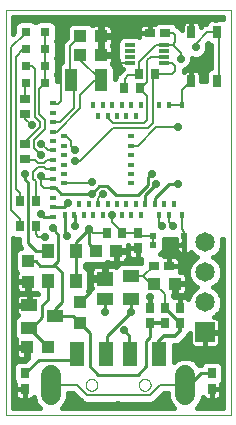
<source format=gtl>
G75*
%MOIN*%
%OFA0B0*%
%FSLAX25Y25*%
%IPPOS*%
%LPD*%
%AMOC8*
5,1,8,0,0,1.08239X$1,22.5*
%
%ADD10C,0.00000*%
%ADD11R,0.01575X0.02362*%
%ADD12R,0.02362X0.01575*%
%ADD13R,0.04331X0.07480*%
%ADD14R,0.04134X0.04252*%
%ADD15R,0.04252X0.04134*%
%ADD16R,0.02913X0.03642*%
%ADD17R,0.03642X0.02913*%
%ADD18R,0.05669X0.03937*%
%ADD19R,0.05669X0.04724*%
%ADD20C,0.06600*%
%ADD21R,0.04724X0.07874*%
%ADD22R,0.02756X0.03543*%
%ADD23R,0.02559X0.04134*%
%ADD24R,0.02165X0.02165*%
%ADD25R,0.03543X0.02756*%
%ADD26R,0.05512X0.03937*%
%ADD27R,0.03937X0.04724*%
%ADD28R,0.03150X0.03150*%
%ADD29R,0.06500X0.06500*%
%ADD30C,0.06500*%
%ADD31R,0.03346X0.01181*%
%ADD32C,0.01600*%
%ADD33C,0.02756*%
%ADD34C,0.00800*%
%ADD35C,0.01000*%
%ADD36C,0.01200*%
D10*
X0037794Y0060631D02*
X0037794Y0195631D01*
X0112794Y0195631D01*
X0112794Y0060631D01*
X0037794Y0060631D01*
X0064467Y0070631D02*
X0064469Y0070719D01*
X0064475Y0070807D01*
X0064485Y0070895D01*
X0064499Y0070983D01*
X0064516Y0071069D01*
X0064538Y0071155D01*
X0064563Y0071239D01*
X0064593Y0071323D01*
X0064625Y0071405D01*
X0064662Y0071485D01*
X0064702Y0071564D01*
X0064746Y0071641D01*
X0064793Y0071716D01*
X0064843Y0071788D01*
X0064897Y0071859D01*
X0064953Y0071926D01*
X0065013Y0071992D01*
X0065075Y0072054D01*
X0065141Y0072114D01*
X0065208Y0072170D01*
X0065279Y0072224D01*
X0065351Y0072274D01*
X0065426Y0072321D01*
X0065503Y0072365D01*
X0065582Y0072405D01*
X0065662Y0072442D01*
X0065744Y0072474D01*
X0065828Y0072504D01*
X0065912Y0072529D01*
X0065998Y0072551D01*
X0066084Y0072568D01*
X0066172Y0072582D01*
X0066260Y0072592D01*
X0066348Y0072598D01*
X0066436Y0072600D01*
X0066524Y0072598D01*
X0066612Y0072592D01*
X0066700Y0072582D01*
X0066788Y0072568D01*
X0066874Y0072551D01*
X0066960Y0072529D01*
X0067044Y0072504D01*
X0067128Y0072474D01*
X0067210Y0072442D01*
X0067290Y0072405D01*
X0067369Y0072365D01*
X0067446Y0072321D01*
X0067521Y0072274D01*
X0067593Y0072224D01*
X0067664Y0072170D01*
X0067731Y0072114D01*
X0067797Y0072054D01*
X0067859Y0071992D01*
X0067919Y0071926D01*
X0067975Y0071859D01*
X0068029Y0071788D01*
X0068079Y0071716D01*
X0068126Y0071641D01*
X0068170Y0071564D01*
X0068210Y0071485D01*
X0068247Y0071405D01*
X0068279Y0071323D01*
X0068309Y0071239D01*
X0068334Y0071155D01*
X0068356Y0071069D01*
X0068373Y0070983D01*
X0068387Y0070895D01*
X0068397Y0070807D01*
X0068403Y0070719D01*
X0068405Y0070631D01*
X0068403Y0070543D01*
X0068397Y0070455D01*
X0068387Y0070367D01*
X0068373Y0070279D01*
X0068356Y0070193D01*
X0068334Y0070107D01*
X0068309Y0070023D01*
X0068279Y0069939D01*
X0068247Y0069857D01*
X0068210Y0069777D01*
X0068170Y0069698D01*
X0068126Y0069621D01*
X0068079Y0069546D01*
X0068029Y0069474D01*
X0067975Y0069403D01*
X0067919Y0069336D01*
X0067859Y0069270D01*
X0067797Y0069208D01*
X0067731Y0069148D01*
X0067664Y0069092D01*
X0067593Y0069038D01*
X0067521Y0068988D01*
X0067446Y0068941D01*
X0067369Y0068897D01*
X0067290Y0068857D01*
X0067210Y0068820D01*
X0067128Y0068788D01*
X0067044Y0068758D01*
X0066960Y0068733D01*
X0066874Y0068711D01*
X0066788Y0068694D01*
X0066700Y0068680D01*
X0066612Y0068670D01*
X0066524Y0068664D01*
X0066436Y0068662D01*
X0066348Y0068664D01*
X0066260Y0068670D01*
X0066172Y0068680D01*
X0066084Y0068694D01*
X0065998Y0068711D01*
X0065912Y0068733D01*
X0065828Y0068758D01*
X0065744Y0068788D01*
X0065662Y0068820D01*
X0065582Y0068857D01*
X0065503Y0068897D01*
X0065426Y0068941D01*
X0065351Y0068988D01*
X0065279Y0069038D01*
X0065208Y0069092D01*
X0065141Y0069148D01*
X0065075Y0069208D01*
X0065013Y0069270D01*
X0064953Y0069336D01*
X0064897Y0069403D01*
X0064843Y0069474D01*
X0064793Y0069546D01*
X0064746Y0069621D01*
X0064702Y0069698D01*
X0064662Y0069777D01*
X0064625Y0069857D01*
X0064593Y0069939D01*
X0064563Y0070023D01*
X0064538Y0070107D01*
X0064516Y0070193D01*
X0064499Y0070279D01*
X0064485Y0070367D01*
X0064475Y0070455D01*
X0064469Y0070543D01*
X0064467Y0070631D01*
X0082183Y0070631D02*
X0082185Y0070719D01*
X0082191Y0070807D01*
X0082201Y0070895D01*
X0082215Y0070983D01*
X0082232Y0071069D01*
X0082254Y0071155D01*
X0082279Y0071239D01*
X0082309Y0071323D01*
X0082341Y0071405D01*
X0082378Y0071485D01*
X0082418Y0071564D01*
X0082462Y0071641D01*
X0082509Y0071716D01*
X0082559Y0071788D01*
X0082613Y0071859D01*
X0082669Y0071926D01*
X0082729Y0071992D01*
X0082791Y0072054D01*
X0082857Y0072114D01*
X0082924Y0072170D01*
X0082995Y0072224D01*
X0083067Y0072274D01*
X0083142Y0072321D01*
X0083219Y0072365D01*
X0083298Y0072405D01*
X0083378Y0072442D01*
X0083460Y0072474D01*
X0083544Y0072504D01*
X0083628Y0072529D01*
X0083714Y0072551D01*
X0083800Y0072568D01*
X0083888Y0072582D01*
X0083976Y0072592D01*
X0084064Y0072598D01*
X0084152Y0072600D01*
X0084240Y0072598D01*
X0084328Y0072592D01*
X0084416Y0072582D01*
X0084504Y0072568D01*
X0084590Y0072551D01*
X0084676Y0072529D01*
X0084760Y0072504D01*
X0084844Y0072474D01*
X0084926Y0072442D01*
X0085006Y0072405D01*
X0085085Y0072365D01*
X0085162Y0072321D01*
X0085237Y0072274D01*
X0085309Y0072224D01*
X0085380Y0072170D01*
X0085447Y0072114D01*
X0085513Y0072054D01*
X0085575Y0071992D01*
X0085635Y0071926D01*
X0085691Y0071859D01*
X0085745Y0071788D01*
X0085795Y0071716D01*
X0085842Y0071641D01*
X0085886Y0071564D01*
X0085926Y0071485D01*
X0085963Y0071405D01*
X0085995Y0071323D01*
X0086025Y0071239D01*
X0086050Y0071155D01*
X0086072Y0071069D01*
X0086089Y0070983D01*
X0086103Y0070895D01*
X0086113Y0070807D01*
X0086119Y0070719D01*
X0086121Y0070631D01*
X0086119Y0070543D01*
X0086113Y0070455D01*
X0086103Y0070367D01*
X0086089Y0070279D01*
X0086072Y0070193D01*
X0086050Y0070107D01*
X0086025Y0070023D01*
X0085995Y0069939D01*
X0085963Y0069857D01*
X0085926Y0069777D01*
X0085886Y0069698D01*
X0085842Y0069621D01*
X0085795Y0069546D01*
X0085745Y0069474D01*
X0085691Y0069403D01*
X0085635Y0069336D01*
X0085575Y0069270D01*
X0085513Y0069208D01*
X0085447Y0069148D01*
X0085380Y0069092D01*
X0085309Y0069038D01*
X0085237Y0068988D01*
X0085162Y0068941D01*
X0085085Y0068897D01*
X0085006Y0068857D01*
X0084926Y0068820D01*
X0084844Y0068788D01*
X0084760Y0068758D01*
X0084676Y0068733D01*
X0084590Y0068711D01*
X0084504Y0068694D01*
X0084416Y0068680D01*
X0084328Y0068670D01*
X0084240Y0068664D01*
X0084152Y0068662D01*
X0084064Y0068664D01*
X0083976Y0068670D01*
X0083888Y0068680D01*
X0083800Y0068694D01*
X0083714Y0068711D01*
X0083628Y0068733D01*
X0083544Y0068758D01*
X0083460Y0068788D01*
X0083378Y0068820D01*
X0083298Y0068857D01*
X0083219Y0068897D01*
X0083142Y0068941D01*
X0083067Y0068988D01*
X0082995Y0069038D01*
X0082924Y0069092D01*
X0082857Y0069148D01*
X0082791Y0069208D01*
X0082729Y0069270D01*
X0082669Y0069336D01*
X0082613Y0069403D01*
X0082559Y0069474D01*
X0082509Y0069546D01*
X0082462Y0069621D01*
X0082418Y0069698D01*
X0082378Y0069777D01*
X0082341Y0069857D01*
X0082309Y0069939D01*
X0082279Y0070023D01*
X0082254Y0070107D01*
X0082232Y0070193D01*
X0082215Y0070279D01*
X0082201Y0070367D01*
X0082191Y0070455D01*
X0082185Y0070543D01*
X0082183Y0070631D01*
D11*
X0082778Y0127324D03*
X0081204Y0130867D03*
X0084353Y0130867D03*
X0087503Y0130867D03*
X0090652Y0130867D03*
X0089078Y0127324D03*
X0092227Y0127324D03*
X0093802Y0130867D03*
X0096558Y0127324D03*
X0079629Y0127324D03*
X0076479Y0127324D03*
X0074904Y0130867D03*
X0078054Y0130867D03*
X0071755Y0130867D03*
X0068605Y0130867D03*
X0067030Y0127324D03*
X0063881Y0127324D03*
X0065456Y0130867D03*
X0062306Y0130867D03*
X0060731Y0127324D03*
X0057582Y0127324D03*
X0070180Y0127324D03*
X0068605Y0160395D03*
X0070180Y0163938D03*
X0071755Y0160395D03*
X0073330Y0163938D03*
X0074904Y0160395D03*
X0076479Y0163938D03*
X0078054Y0160395D03*
X0079629Y0163938D03*
X0081204Y0160395D03*
X0082778Y0163938D03*
X0089078Y0163938D03*
X0092227Y0163938D03*
X0096558Y0163938D03*
X0067030Y0163938D03*
D12*
X0057188Y0153505D03*
X0057188Y0150355D03*
X0057188Y0147206D03*
X0057188Y0144056D03*
X0057188Y0140906D03*
X0057188Y0137757D03*
X0053645Y0139332D03*
X0053645Y0142481D03*
X0053645Y0145631D03*
X0053645Y0148781D03*
X0053645Y0151930D03*
X0053645Y0155080D03*
X0053645Y0158229D03*
X0053645Y0161379D03*
X0053645Y0164529D03*
X0053645Y0136182D03*
X0053645Y0133032D03*
X0053645Y0129883D03*
X0053645Y0126733D03*
X0079629Y0137757D03*
X0079629Y0140906D03*
X0079629Y0144056D03*
X0079629Y0147206D03*
X0079629Y0150355D03*
X0079629Y0153505D03*
D13*
X0069528Y0172193D03*
X0059685Y0172193D03*
D14*
X0062724Y0180631D03*
X0062724Y0186881D03*
X0069614Y0186881D03*
X0069614Y0180631D03*
X0067787Y0115318D03*
X0074677Y0115318D03*
X0087412Y0104381D03*
X0094302Y0104381D03*
X0051864Y0083131D03*
X0044974Y0083131D03*
D15*
X0045294Y0104999D03*
X0045294Y0111888D03*
X0062482Y0098138D03*
X0062482Y0091249D03*
D16*
X0044169Y0074440D03*
X0044169Y0069322D03*
X0081857Y0116197D03*
X0081857Y0121315D03*
X0085919Y0096315D03*
X0085919Y0091197D03*
X0090919Y0091197D03*
X0090919Y0096315D03*
X0095919Y0096315D03*
X0095919Y0091197D03*
X0106419Y0074440D03*
X0106419Y0069322D03*
D17*
X0092228Y0110318D03*
X0087110Y0110318D03*
X0085798Y0187818D03*
X0090916Y0187818D03*
D18*
X0079625Y0106871D03*
X0079625Y0099391D03*
X0070963Y0099391D03*
D19*
X0070963Y0106084D03*
D20*
X0052853Y0073931D02*
X0052853Y0067331D01*
X0097735Y0067331D02*
X0097735Y0073931D01*
D21*
X0089074Y0080867D03*
X0079231Y0080867D03*
X0071357Y0080867D03*
X0061515Y0080867D03*
D22*
X0071485Y0121256D03*
X0076603Y0121256D03*
X0047791Y0123443D03*
X0042673Y0123443D03*
X0042673Y0131881D03*
X0047791Y0131881D03*
X0077360Y0169443D03*
X0082478Y0169443D03*
X0082360Y0174381D03*
X0087478Y0174381D03*
D23*
X0099749Y0171837D03*
X0108214Y0171837D03*
X0108214Y0188175D03*
X0099749Y0188175D03*
D24*
X0097386Y0120232D03*
X0097386Y0117280D03*
X0086953Y0117280D03*
X0086953Y0120232D03*
D25*
X0044294Y0145884D03*
X0044294Y0151002D03*
X0044294Y0160884D03*
X0044294Y0166002D03*
D26*
X0045651Y0097184D03*
X0045651Y0089703D03*
X0054312Y0093443D03*
D27*
X0051820Y0105318D03*
X0051820Y0115318D03*
X0061269Y0115318D03*
X0061269Y0105318D03*
D28*
X0050944Y0171256D03*
X0050944Y0176881D03*
X0050944Y0182506D03*
X0050944Y0188131D03*
X0044645Y0188131D03*
X0044645Y0182506D03*
X0044645Y0176881D03*
X0044645Y0171256D03*
D29*
X0104294Y0088131D03*
D30*
X0104294Y0098131D03*
X0104294Y0108131D03*
X0104294Y0118131D03*
D31*
X0090565Y0178053D03*
X0090565Y0180022D03*
X0090565Y0181990D03*
X0090565Y0183959D03*
X0079148Y0183959D03*
X0079148Y0181990D03*
X0079148Y0180022D03*
X0079148Y0178053D03*
D32*
X0076754Y0175800D02*
X0075833Y0174880D01*
X0075045Y0174092D01*
X0074712Y0173287D01*
X0074623Y0173250D01*
X0074093Y0172720D01*
X0074093Y0176411D01*
X0073728Y0177293D01*
X0073304Y0177717D01*
X0073358Y0177810D01*
X0073481Y0178268D01*
X0073481Y0180397D01*
X0069848Y0180397D01*
X0069848Y0180864D01*
X0073481Y0180864D01*
X0073481Y0182994D01*
X0073358Y0183452D01*
X0073183Y0183756D01*
X0073358Y0184060D01*
X0073481Y0184518D01*
X0073481Y0186647D01*
X0069848Y0186647D01*
X0069848Y0187114D01*
X0073481Y0187114D01*
X0073481Y0189244D01*
X0073358Y0189702D01*
X0073121Y0190112D01*
X0072786Y0190447D01*
X0072376Y0190684D01*
X0071918Y0190807D01*
X0069848Y0190807D01*
X0069848Y0187114D01*
X0069381Y0187114D01*
X0069381Y0190807D01*
X0067310Y0190807D01*
X0066852Y0190684D01*
X0066634Y0190558D01*
X0066151Y0191041D01*
X0065269Y0191407D01*
X0060180Y0191407D01*
X0059298Y0191041D01*
X0058623Y0190366D01*
X0058257Y0189484D01*
X0058257Y0186374D01*
X0056920Y0185037D01*
X0056494Y0184008D01*
X0056494Y0178106D01*
X0056161Y0177968D01*
X0055485Y0177293D01*
X0055120Y0176411D01*
X0055120Y0171881D01*
X0054919Y0171881D01*
X0054919Y0173308D01*
X0054604Y0174068D01*
X0054919Y0174829D01*
X0054919Y0178933D01*
X0054604Y0179693D01*
X0054919Y0180454D01*
X0054919Y0184558D01*
X0054604Y0185318D01*
X0054919Y0186079D01*
X0054919Y0190183D01*
X0054553Y0191065D01*
X0053878Y0191740D01*
X0052996Y0192106D01*
X0048892Y0192106D01*
X0048009Y0191740D01*
X0047794Y0191525D01*
X0047579Y0191740D01*
X0046697Y0192106D01*
X0042592Y0192106D01*
X0041710Y0191740D01*
X0041035Y0191065D01*
X0040670Y0190183D01*
X0040670Y0188091D01*
X0040194Y0187616D01*
X0040194Y0193231D01*
X0110394Y0193231D01*
X0110394Y0192467D01*
X0109971Y0192642D01*
X0106457Y0192642D01*
X0105575Y0192277D01*
X0104900Y0191602D01*
X0104640Y0190975D01*
X0104407Y0190975D01*
X0103377Y0190549D01*
X0102829Y0190000D01*
X0102829Y0190479D01*
X0102706Y0190937D01*
X0102469Y0191347D01*
X0102134Y0191682D01*
X0101724Y0191919D01*
X0101266Y0192042D01*
X0099749Y0192042D01*
X0098233Y0192042D01*
X0097775Y0191919D01*
X0097365Y0191682D01*
X0097030Y0191347D01*
X0096793Y0190937D01*
X0096670Y0190479D01*
X0096670Y0188775D01*
X0096668Y0188779D01*
X0095880Y0189567D01*
X0095255Y0190192D01*
X0094892Y0190342D01*
X0094771Y0190635D01*
X0094096Y0191310D01*
X0093214Y0191675D01*
X0088617Y0191675D01*
X0087735Y0191310D01*
X0087501Y0191075D01*
X0085798Y0191075D01*
X0085798Y0187819D01*
X0085798Y0187819D01*
X0085798Y0191075D01*
X0083740Y0191075D01*
X0083282Y0190952D01*
X0082872Y0190715D01*
X0082536Y0190380D01*
X0082299Y0189970D01*
X0082177Y0189512D01*
X0082177Y0187818D01*
X0082177Y0186585D01*
X0081299Y0186949D01*
X0076997Y0186949D01*
X0076115Y0186584D01*
X0075440Y0185909D01*
X0075075Y0185027D01*
X0075075Y0178954D01*
X0075440Y0178072D01*
X0075675Y0177837D01*
X0075675Y0177226D01*
X0075797Y0176768D01*
X0076034Y0176357D01*
X0076370Y0176022D01*
X0076754Y0175800D01*
X0076677Y0175724D02*
X0074093Y0175724D01*
X0074093Y0174125D02*
X0075079Y0174125D01*
X0075675Y0177322D02*
X0073699Y0177322D01*
X0073481Y0178921D02*
X0075088Y0178921D01*
X0075075Y0180519D02*
X0069848Y0180519D01*
X0069848Y0180864D02*
X0069381Y0180864D01*
X0069381Y0184557D01*
X0069381Y0186647D01*
X0069848Y0186647D01*
X0069848Y0180864D01*
X0069848Y0182118D02*
X0069381Y0182118D01*
X0069381Y0183716D02*
X0069848Y0183716D01*
X0069848Y0185315D02*
X0069381Y0185315D01*
X0069848Y0186913D02*
X0076911Y0186913D01*
X0075194Y0185315D02*
X0073481Y0185315D01*
X0073206Y0183716D02*
X0075075Y0183716D01*
X0075075Y0182118D02*
X0073481Y0182118D01*
X0073481Y0188512D02*
X0082177Y0188512D01*
X0082177Y0187818D02*
X0085798Y0187818D01*
X0082177Y0187818D01*
X0082177Y0186913D02*
X0081385Y0186913D01*
X0082381Y0190110D02*
X0073122Y0190110D01*
X0069848Y0190110D02*
X0069381Y0190110D01*
X0069381Y0188512D02*
X0069848Y0188512D01*
X0058517Y0190110D02*
X0054919Y0190110D01*
X0054919Y0188512D02*
X0058257Y0188512D01*
X0058257Y0186913D02*
X0054919Y0186913D01*
X0054605Y0185315D02*
X0057198Y0185315D01*
X0056494Y0183716D02*
X0054919Y0183716D01*
X0054919Y0182118D02*
X0056494Y0182118D01*
X0056494Y0180519D02*
X0054919Y0180519D01*
X0054919Y0178921D02*
X0056494Y0178921D01*
X0055515Y0177322D02*
X0054919Y0177322D01*
X0054919Y0175724D02*
X0055120Y0175724D01*
X0055120Y0174125D02*
X0054627Y0174125D01*
X0054919Y0172527D02*
X0055120Y0172527D01*
X0053910Y0191709D02*
X0097410Y0191709D01*
X0096670Y0190110D02*
X0095337Y0190110D01*
X0099749Y0190110D02*
X0099749Y0190110D01*
X0099749Y0188512D02*
X0099749Y0188512D01*
X0099749Y0188175D02*
X0099749Y0192042D01*
X0099749Y0188175D01*
X0099749Y0188175D01*
X0099749Y0191709D02*
X0099749Y0191709D01*
X0102089Y0191709D02*
X0105007Y0191709D01*
X0102939Y0190110D02*
X0102829Y0190110D01*
X0105198Y0184450D02*
X0105575Y0184074D01*
X0106182Y0183822D01*
X0106182Y0176189D01*
X0105575Y0175938D01*
X0104900Y0175263D01*
X0104534Y0174381D01*
X0104534Y0171881D01*
X0102829Y0171881D01*
X0102829Y0174141D01*
X0102706Y0174598D01*
X0102469Y0175009D01*
X0102134Y0175344D01*
X0101724Y0175581D01*
X0101266Y0175704D01*
X0099749Y0175704D01*
X0098233Y0175704D01*
X0097775Y0175581D01*
X0097365Y0175344D01*
X0097094Y0175073D01*
X0097094Y0175675D01*
X0098309Y0176178D01*
X0099372Y0177241D01*
X0099947Y0178629D01*
X0099947Y0179548D01*
X0100418Y0179353D01*
X0101921Y0179353D01*
X0103309Y0179928D01*
X0104372Y0180991D01*
X0104947Y0182379D01*
X0104947Y0183882D01*
X0104854Y0184106D01*
X0105198Y0184450D01*
X0104947Y0183716D02*
X0106182Y0183716D01*
X0106182Y0182118D02*
X0104839Y0182118D01*
X0103900Y0180519D02*
X0106182Y0180519D01*
X0106182Y0178921D02*
X0099947Y0178921D01*
X0099406Y0177322D02*
X0106182Y0177322D01*
X0105361Y0175724D02*
X0097212Y0175724D01*
X0099749Y0175704D02*
X0099749Y0171881D01*
X0099749Y0171881D01*
X0099749Y0175704D01*
X0099749Y0174125D02*
X0099749Y0174125D01*
X0099749Y0172527D02*
X0099749Y0172527D01*
X0102829Y0172527D02*
X0104534Y0172527D01*
X0104534Y0174125D02*
X0102829Y0174125D01*
X0085798Y0187818D02*
X0085798Y0187818D01*
X0085798Y0188512D02*
X0085798Y0188512D01*
X0085798Y0190110D02*
X0085798Y0190110D01*
X0047978Y0191709D02*
X0047610Y0191709D01*
X0041679Y0191709D02*
X0040194Y0191709D01*
X0040194Y0190110D02*
X0040670Y0190110D01*
X0040670Y0188512D02*
X0040194Y0188512D01*
X0040194Y0119530D02*
X0040817Y0119272D01*
X0042394Y0119272D01*
X0042394Y0117242D01*
X0042761Y0116355D01*
X0042691Y0116355D01*
X0041809Y0115990D01*
X0041134Y0115315D01*
X0040768Y0114433D01*
X0040768Y0109344D01*
X0041134Y0108462D01*
X0041617Y0107979D01*
X0041491Y0107760D01*
X0041368Y0107302D01*
X0041368Y0105232D01*
X0045061Y0105232D01*
X0045061Y0104765D01*
X0045528Y0104765D01*
X0045528Y0101132D01*
X0047657Y0101132D01*
X0048115Y0101254D01*
X0048143Y0101270D01*
X0048461Y0100952D01*
X0045835Y0100952D01*
X0045835Y0097368D01*
X0045467Y0097368D01*
X0045467Y0100952D01*
X0042658Y0100952D01*
X0042200Y0100829D01*
X0041790Y0100592D01*
X0041455Y0100257D01*
X0041218Y0099847D01*
X0041095Y0099389D01*
X0041095Y0097368D01*
X0045467Y0097368D01*
X0045467Y0096999D01*
X0041095Y0096999D01*
X0041095Y0094978D01*
X0041218Y0094520D01*
X0041455Y0094110D01*
X0041764Y0093801D01*
X0041536Y0093706D01*
X0040860Y0093031D01*
X0040495Y0092149D01*
X0040495Y0087257D01*
X0040860Y0086375D01*
X0041250Y0085986D01*
X0041230Y0085952D01*
X0041107Y0085494D01*
X0041107Y0083364D01*
X0044741Y0083364D01*
X0044741Y0082897D01*
X0045208Y0082897D01*
X0045208Y0079580D01*
X0044289Y0078661D01*
X0042235Y0078661D01*
X0041353Y0078295D01*
X0040678Y0077620D01*
X0040313Y0076738D01*
X0040313Y0072142D01*
X0040678Y0071260D01*
X0040913Y0071025D01*
X0040913Y0069322D01*
X0044169Y0069322D01*
X0044169Y0069322D01*
X0040913Y0069322D01*
X0040913Y0067264D01*
X0041035Y0066806D01*
X0041272Y0066396D01*
X0041607Y0066061D01*
X0042018Y0065824D01*
X0042476Y0065701D01*
X0044169Y0065701D01*
X0044169Y0069322D01*
X0044169Y0069322D01*
X0044169Y0065701D01*
X0045863Y0065701D01*
X0046321Y0065824D01*
X0046731Y0066061D01*
X0047066Y0066396D01*
X0047153Y0066546D01*
X0047153Y0066197D01*
X0048021Y0064102D01*
X0049092Y0063031D01*
X0040194Y0063031D01*
X0040194Y0119530D01*
X0040194Y0118177D02*
X0042394Y0118177D01*
X0042669Y0116579D02*
X0040194Y0116579D01*
X0040194Y0114980D02*
X0040995Y0114980D01*
X0040768Y0113382D02*
X0040194Y0113382D01*
X0040194Y0111783D02*
X0040768Y0111783D01*
X0040768Y0110185D02*
X0040194Y0110185D01*
X0040194Y0108586D02*
X0041082Y0108586D01*
X0041368Y0106988D02*
X0040194Y0106988D01*
X0040194Y0105389D02*
X0041368Y0105389D01*
X0041368Y0104765D02*
X0041368Y0102695D01*
X0041491Y0102237D01*
X0041728Y0101826D01*
X0042063Y0101491D01*
X0042473Y0101254D01*
X0042931Y0101132D01*
X0045061Y0101132D01*
X0045061Y0104765D01*
X0041368Y0104765D01*
X0041368Y0103791D02*
X0040194Y0103791D01*
X0040194Y0102192D02*
X0041517Y0102192D01*
X0041792Y0100594D02*
X0040194Y0100594D01*
X0040194Y0098995D02*
X0041095Y0098995D01*
X0041095Y0097397D02*
X0040194Y0097397D01*
X0040194Y0095798D02*
X0041095Y0095798D01*
X0041403Y0094200D02*
X0040194Y0094200D01*
X0040194Y0092601D02*
X0040682Y0092601D01*
X0040495Y0091003D02*
X0040194Y0091003D01*
X0040194Y0089404D02*
X0040495Y0089404D01*
X0040495Y0087806D02*
X0040194Y0087806D01*
X0040194Y0086207D02*
X0041029Y0086207D01*
X0041107Y0084609D02*
X0040194Y0084609D01*
X0040194Y0083010D02*
X0044741Y0083010D01*
X0044741Y0082897D02*
X0041107Y0082897D01*
X0041107Y0080768D01*
X0041230Y0080310D01*
X0041467Y0079900D01*
X0041802Y0079565D01*
X0042213Y0079328D01*
X0042670Y0079205D01*
X0044741Y0079205D01*
X0044741Y0082897D01*
X0044741Y0081412D02*
X0045208Y0081412D01*
X0045208Y0079813D02*
X0044741Y0079813D01*
X0041554Y0079813D02*
X0040194Y0079813D01*
X0040194Y0078215D02*
X0041272Y0078215D01*
X0040313Y0076616D02*
X0040194Y0076616D01*
X0040194Y0075018D02*
X0040313Y0075018D01*
X0040313Y0073419D02*
X0040194Y0073419D01*
X0040194Y0071820D02*
X0040446Y0071820D01*
X0040194Y0070222D02*
X0040913Y0070222D01*
X0040913Y0068623D02*
X0040194Y0068623D01*
X0040194Y0067025D02*
X0040977Y0067025D01*
X0040194Y0065426D02*
X0047472Y0065426D01*
X0048295Y0063828D02*
X0040194Y0063828D01*
X0044169Y0067025D02*
X0044169Y0067025D01*
X0044169Y0068623D02*
X0044169Y0068623D01*
X0041107Y0081412D02*
X0040194Y0081412D01*
X0045467Y0097397D02*
X0045835Y0097397D01*
X0045835Y0098995D02*
X0045467Y0098995D01*
X0045467Y0100594D02*
X0045835Y0100594D01*
X0045528Y0102192D02*
X0045061Y0102192D01*
X0045061Y0103791D02*
X0045528Y0103791D01*
X0064169Y0109892D02*
X0064169Y0110744D01*
X0064597Y0110922D01*
X0064694Y0111019D01*
X0065242Y0110792D01*
X0070331Y0110792D01*
X0071213Y0111158D01*
X0071697Y0111641D01*
X0071915Y0111515D01*
X0072373Y0111392D01*
X0074443Y0111392D01*
X0074443Y0115085D01*
X0074910Y0115085D01*
X0074910Y0115552D01*
X0078543Y0115552D01*
X0078543Y0117119D01*
X0078600Y0117143D01*
X0078600Y0116197D01*
X0081857Y0116197D01*
X0081857Y0112576D01*
X0083023Y0112576D01*
X0082889Y0112252D01*
X0082889Y0111240D01*
X0076313Y0111240D01*
X0075431Y0110874D01*
X0074756Y0110199D01*
X0074680Y0110015D01*
X0074493Y0110123D01*
X0074035Y0110246D01*
X0071345Y0110246D01*
X0071345Y0106465D01*
X0070582Y0106465D01*
X0070582Y0105703D01*
X0066329Y0105703D01*
X0066329Y0103484D01*
X0066441Y0103066D01*
X0066094Y0102719D01*
X0065729Y0101837D01*
X0065729Y0101630D01*
X0065713Y0101646D01*
X0065373Y0101842D01*
X0065637Y0102479D01*
X0065637Y0108158D01*
X0065272Y0109040D01*
X0064597Y0109715D01*
X0064169Y0109892D01*
X0064169Y0110185D02*
X0067664Y0110185D01*
X0067892Y0110246D02*
X0067434Y0110123D01*
X0067024Y0109886D01*
X0066688Y0109551D01*
X0066452Y0109141D01*
X0066329Y0108683D01*
X0066329Y0106465D01*
X0070582Y0106465D01*
X0070582Y0110246D01*
X0067892Y0110246D01*
X0066329Y0108586D02*
X0065460Y0108586D01*
X0065637Y0106988D02*
X0066329Y0106988D01*
X0066329Y0105389D02*
X0065637Y0105389D01*
X0065637Y0103791D02*
X0066329Y0103791D01*
X0065876Y0102192D02*
X0065518Y0102192D01*
X0070582Y0106988D02*
X0071345Y0106988D01*
X0071345Y0108586D02*
X0070582Y0108586D01*
X0070582Y0110185D02*
X0071345Y0110185D01*
X0074263Y0110185D02*
X0074750Y0110185D01*
X0074910Y0111392D02*
X0076980Y0111392D01*
X0077438Y0111515D01*
X0077849Y0111752D01*
X0078184Y0112087D01*
X0078421Y0112498D01*
X0078543Y0112955D01*
X0078543Y0115085D01*
X0074910Y0115085D01*
X0074910Y0111392D01*
X0074910Y0111783D02*
X0074443Y0111783D01*
X0074443Y0113382D02*
X0074910Y0113382D01*
X0074910Y0114980D02*
X0074443Y0114980D01*
X0077880Y0111783D02*
X0082889Y0111783D01*
X0081857Y0112576D02*
X0081857Y0116197D01*
X0081857Y0116197D01*
X0081857Y0116197D01*
X0078600Y0116197D01*
X0078600Y0114139D01*
X0078723Y0113681D01*
X0078960Y0113271D01*
X0079295Y0112936D01*
X0079705Y0112699D01*
X0080163Y0112576D01*
X0081857Y0112576D01*
X0081857Y0113382D02*
X0081857Y0113382D01*
X0081857Y0114980D02*
X0081857Y0114980D01*
X0078600Y0114980D02*
X0078543Y0114980D01*
X0078543Y0113382D02*
X0078896Y0113382D01*
X0078600Y0116579D02*
X0078543Y0116579D01*
X0089408Y0114175D02*
X0090070Y0114837D01*
X0090435Y0115719D01*
X0090435Y0119381D01*
X0094503Y0119381D01*
X0094503Y0118913D01*
X0094545Y0118756D01*
X0094503Y0118599D01*
X0094503Y0117280D01*
X0097386Y0117280D01*
X0097386Y0117280D01*
X0097386Y0119381D01*
X0097386Y0119381D01*
X0097386Y0117280D01*
X0097386Y0117279D01*
X0097386Y0114397D01*
X0098705Y0114397D01*
X0099163Y0114520D01*
X0099574Y0114756D01*
X0099626Y0114809D01*
X0101094Y0113341D01*
X0101601Y0113131D01*
X0101094Y0112921D01*
X0099504Y0111331D01*
X0098644Y0109255D01*
X0098644Y0107007D01*
X0099504Y0104930D01*
X0101094Y0103341D01*
X0101601Y0103131D01*
X0101094Y0102921D01*
X0099504Y0101331D01*
X0098691Y0099367D01*
X0098481Y0099576D01*
X0098071Y0099813D01*
X0097613Y0099936D01*
X0095919Y0099936D01*
X0094226Y0099936D01*
X0094024Y0099882D01*
X0093735Y0100170D01*
X0093719Y0100177D01*
X0093719Y0100455D01*
X0094068Y0100455D01*
X0094068Y0104147D01*
X0094535Y0104147D01*
X0094535Y0100455D01*
X0096605Y0100455D01*
X0097063Y0100578D01*
X0097474Y0100815D01*
X0097809Y0101150D01*
X0098046Y0101560D01*
X0098168Y0102018D01*
X0098168Y0104147D01*
X0094535Y0104147D01*
X0094535Y0104614D01*
X0098168Y0104614D01*
X0098168Y0106744D01*
X0098046Y0107202D01*
X0097809Y0107612D01*
X0097474Y0107947D01*
X0097063Y0108184D01*
X0096605Y0108307D01*
X0095764Y0108307D01*
X0095849Y0108625D01*
X0095849Y0110318D01*
X0092228Y0110318D01*
X0092228Y0110318D01*
X0092228Y0110319D02*
X0092228Y0113575D01*
X0090525Y0113575D01*
X0090290Y0113810D01*
X0089408Y0114175D01*
X0089408Y0114175D01*
X0090129Y0114980D02*
X0094974Y0114980D01*
X0094863Y0115092D02*
X0095198Y0114756D01*
X0095608Y0114520D01*
X0096066Y0114397D01*
X0097386Y0114397D01*
X0097386Y0117279D01*
X0097386Y0117279D01*
X0094503Y0117279D01*
X0094503Y0115960D01*
X0094626Y0115502D01*
X0094863Y0115092D01*
X0094503Y0116579D02*
X0090435Y0116579D01*
X0090435Y0118177D02*
X0094503Y0118177D01*
X0094286Y0113575D02*
X0092228Y0113575D01*
X0092228Y0110319D01*
X0092228Y0110319D01*
X0092228Y0110318D02*
X0095849Y0110318D01*
X0095849Y0112012D01*
X0095726Y0112470D01*
X0095489Y0112880D01*
X0095154Y0113215D01*
X0094744Y0113452D01*
X0094286Y0113575D01*
X0094866Y0113382D02*
X0101053Y0113382D01*
X0099956Y0111783D02*
X0095849Y0111783D01*
X0095849Y0110185D02*
X0099029Y0110185D01*
X0098644Y0108586D02*
X0095839Y0108586D01*
X0098103Y0106988D02*
X0098652Y0106988D01*
X0098168Y0105389D02*
X0099314Y0105389D01*
X0098168Y0103791D02*
X0100644Y0103791D01*
X0100365Y0102192D02*
X0098168Y0102192D01*
X0099199Y0100594D02*
X0097091Y0100594D01*
X0095919Y0099936D02*
X0095919Y0096315D01*
X0095919Y0099936D01*
X0095919Y0098995D02*
X0095919Y0098995D01*
X0095919Y0097397D02*
X0095919Y0097397D01*
X0095919Y0096315D02*
X0095919Y0096315D01*
X0094535Y0100594D02*
X0094068Y0100594D01*
X0094068Y0102192D02*
X0094535Y0102192D01*
X0094535Y0103791D02*
X0094068Y0103791D01*
X0092228Y0111783D02*
X0092228Y0111783D01*
X0092228Y0113382D02*
X0092228Y0113382D01*
X0097386Y0114980D02*
X0097386Y0114980D01*
X0097386Y0116579D02*
X0097386Y0116579D01*
X0097386Y0118177D02*
X0097386Y0118177D01*
X0106987Y0113131D02*
X0107495Y0113341D01*
X0109084Y0114930D01*
X0109944Y0117007D01*
X0109944Y0119255D01*
X0109892Y0119381D01*
X0110394Y0119381D01*
X0110394Y0063031D01*
X0101496Y0063031D01*
X0102567Y0064102D01*
X0103435Y0066197D01*
X0103435Y0066546D01*
X0103522Y0066396D01*
X0103857Y0066061D01*
X0104268Y0065824D01*
X0104726Y0065701D01*
X0106419Y0065701D01*
X0106419Y0069322D01*
X0106419Y0069322D01*
X0109676Y0069322D01*
X0109676Y0071025D01*
X0109910Y0071260D01*
X0110276Y0072142D01*
X0110276Y0076738D01*
X0109910Y0077620D01*
X0109235Y0078295D01*
X0108353Y0078661D01*
X0104485Y0078661D01*
X0103603Y0078295D01*
X0102928Y0077620D01*
X0102812Y0077340D01*
X0102387Y0077340D01*
X0100964Y0078763D01*
X0098869Y0079631D01*
X0096601Y0079631D01*
X0094506Y0078763D01*
X0093836Y0078093D01*
X0093836Y0083881D01*
X0094953Y0083881D01*
X0096056Y0084338D01*
X0097619Y0085900D01*
X0098462Y0086744D01*
X0098705Y0087329D01*
X0098735Y0087341D01*
X0099244Y0087850D01*
X0099244Y0084644D01*
X0099367Y0084186D01*
X0099604Y0083776D01*
X0099939Y0083441D01*
X0100349Y0083204D01*
X0100807Y0083081D01*
X0104219Y0083081D01*
X0104219Y0088056D01*
X0104369Y0088056D01*
X0104369Y0083081D01*
X0107781Y0083081D01*
X0108239Y0083204D01*
X0108649Y0083441D01*
X0108985Y0083776D01*
X0109222Y0084186D01*
X0109344Y0084644D01*
X0109344Y0088056D01*
X0104369Y0088056D01*
X0104369Y0088206D01*
X0109344Y0088206D01*
X0109344Y0091618D01*
X0109222Y0092076D01*
X0108985Y0092486D01*
X0108649Y0092821D01*
X0108239Y0093058D01*
X0107781Y0093181D01*
X0107108Y0093181D01*
X0107495Y0093341D01*
X0109084Y0094930D01*
X0109944Y0097007D01*
X0109944Y0099255D01*
X0109084Y0101331D01*
X0107495Y0102921D01*
X0106987Y0103131D01*
X0107495Y0103341D01*
X0109084Y0104930D01*
X0109944Y0107007D01*
X0109944Y0109255D01*
X0109084Y0111331D01*
X0107495Y0112921D01*
X0106987Y0113131D01*
X0107535Y0113382D02*
X0110394Y0113382D01*
X0110394Y0114980D02*
X0109105Y0114980D01*
X0109767Y0116579D02*
X0110394Y0116579D01*
X0110394Y0118177D02*
X0109944Y0118177D01*
X0110394Y0111783D02*
X0108632Y0111783D01*
X0109559Y0110185D02*
X0110394Y0110185D01*
X0110394Y0108586D02*
X0109944Y0108586D01*
X0109936Y0106988D02*
X0110394Y0106988D01*
X0110394Y0105389D02*
X0109274Y0105389D01*
X0110394Y0103791D02*
X0107944Y0103791D01*
X0108223Y0102192D02*
X0110394Y0102192D01*
X0110394Y0100594D02*
X0109390Y0100594D01*
X0109944Y0098995D02*
X0110394Y0098995D01*
X0110394Y0097397D02*
X0109944Y0097397D01*
X0110394Y0095798D02*
X0109443Y0095798D01*
X0110394Y0094200D02*
X0108353Y0094200D01*
X0108870Y0092601D02*
X0110394Y0092601D01*
X0110394Y0091003D02*
X0109344Y0091003D01*
X0109344Y0089404D02*
X0110394Y0089404D01*
X0110394Y0087806D02*
X0109344Y0087806D01*
X0109344Y0086207D02*
X0110394Y0086207D01*
X0110394Y0084609D02*
X0109335Y0084609D01*
X0110394Y0083010D02*
X0093836Y0083010D01*
X0093836Y0081412D02*
X0110394Y0081412D01*
X0110394Y0079813D02*
X0093836Y0079813D01*
X0093836Y0078215D02*
X0093958Y0078215D01*
X0096327Y0084609D02*
X0099254Y0084609D01*
X0099244Y0086207D02*
X0097926Y0086207D01*
X0099200Y0087806D02*
X0099244Y0087806D01*
X0104219Y0087806D02*
X0104369Y0087806D01*
X0104369Y0086207D02*
X0104219Y0086207D01*
X0104219Y0084609D02*
X0104369Y0084609D01*
X0103522Y0078215D02*
X0101513Y0078215D01*
X0106419Y0069322D02*
X0106419Y0069322D01*
X0106419Y0065701D01*
X0108113Y0065701D01*
X0108571Y0065824D01*
X0108981Y0066061D01*
X0109316Y0066396D01*
X0109553Y0066806D01*
X0109676Y0067264D01*
X0109676Y0069322D01*
X0106419Y0069322D01*
X0106419Y0068623D02*
X0106419Y0068623D01*
X0106419Y0067025D02*
X0106419Y0067025D01*
X0109612Y0067025D02*
X0110394Y0067025D01*
X0110394Y0068623D02*
X0109676Y0068623D01*
X0109676Y0070222D02*
X0110394Y0070222D01*
X0110394Y0071820D02*
X0110143Y0071820D01*
X0110276Y0073419D02*
X0110394Y0073419D01*
X0110394Y0075018D02*
X0110276Y0075018D01*
X0110276Y0076616D02*
X0110394Y0076616D01*
X0110394Y0078215D02*
X0109316Y0078215D01*
X0110394Y0065426D02*
X0103116Y0065426D01*
X0102293Y0063828D02*
X0110394Y0063828D01*
X0093974Y0063031D02*
X0056614Y0063031D01*
X0057685Y0064102D01*
X0058553Y0066197D01*
X0058553Y0067831D01*
X0060384Y0067831D01*
X0062608Y0065607D01*
X0063396Y0064820D01*
X0064425Y0064393D01*
X0086476Y0064393D01*
X0087505Y0064820D01*
X0090516Y0067831D01*
X0092035Y0067831D01*
X0092035Y0066197D01*
X0092903Y0064102D01*
X0093974Y0063031D01*
X0093177Y0063828D02*
X0057411Y0063828D01*
X0058234Y0065426D02*
X0062789Y0065426D01*
X0061190Y0067025D02*
X0058553Y0067025D01*
X0085919Y0096315D02*
X0085919Y0099855D01*
X0085919Y0099855D01*
X0085919Y0096315D01*
X0085919Y0096315D01*
X0085919Y0097397D02*
X0085919Y0097397D01*
X0085919Y0098995D02*
X0085919Y0098995D01*
X0089711Y0067025D02*
X0092035Y0067025D01*
X0092354Y0065426D02*
X0088112Y0065426D01*
D33*
X0091544Y0063756D03*
X0077169Y0088756D03*
X0079669Y0095006D03*
X0085919Y0100006D03*
X0078669Y0111881D03*
X0073357Y0127193D03*
X0070232Y0134381D03*
X0066482Y0134381D03*
X0066482Y0138131D03*
X0060857Y0145318D03*
X0060857Y0149068D03*
X0058669Y0131256D03*
X0060919Y0123443D03*
X0058357Y0120318D03*
X0053419Y0122818D03*
X0050919Y0120006D03*
X0049607Y0127506D03*
X0049669Y0140318D03*
X0044357Y0140943D03*
X0049669Y0147193D03*
X0049607Y0150943D03*
X0046482Y0157193D03*
X0065544Y0122506D03*
X0066169Y0105943D03*
X0070919Y0095006D03*
X0075294Y0063756D03*
X0059044Y0063756D03*
X0042794Y0063756D03*
X0040919Y0079381D03*
X0040919Y0101256D03*
X0041544Y0117506D03*
X0074794Y0177193D03*
X0075294Y0192506D03*
X0059044Y0192506D03*
X0042794Y0192506D03*
X0086482Y0140943D03*
X0088044Y0137506D03*
X0095232Y0137506D03*
X0093732Y0123443D03*
X0089982Y0123443D03*
X0095919Y0100006D03*
X0109044Y0103131D03*
X0109044Y0112506D03*
X0109044Y0093131D03*
X0109044Y0079381D03*
X0107794Y0063756D03*
X0095232Y0156568D03*
X0096169Y0179381D03*
X0101169Y0183131D03*
X0105544Y0183443D03*
X0107794Y0192506D03*
X0091544Y0192506D03*
D34*
X0090916Y0187818D02*
X0093669Y0187818D01*
X0094294Y0187193D01*
X0094294Y0184786D01*
X0093466Y0183959D01*
X0090565Y0183959D01*
X0087934Y0183959D01*
X0082360Y0178384D01*
X0082360Y0174381D01*
X0082419Y0173815D01*
X0078728Y0173815D01*
X0077419Y0172506D01*
X0077419Y0169502D01*
X0077360Y0169443D01*
X0082478Y0169443D02*
X0082794Y0169443D01*
X0084919Y0171568D01*
X0084919Y0178756D01*
X0086169Y0180006D01*
X0090550Y0180006D01*
X0090565Y0180022D01*
X0090565Y0178053D02*
X0093122Y0178053D01*
X0094294Y0176881D01*
X0094294Y0175318D01*
X0093357Y0174381D01*
X0087478Y0174381D01*
X0086794Y0173697D01*
X0086794Y0157818D01*
X0085232Y0156256D01*
X0073419Y0156256D01*
X0062482Y0145318D01*
X0060857Y0145318D01*
X0060857Y0149068D02*
X0059669Y0150256D01*
X0059669Y0151881D01*
X0058045Y0153505D01*
X0057188Y0153505D01*
X0057562Y0153131D01*
X0058419Y0153131D01*
X0054993Y0155080D02*
X0062732Y0162818D01*
X0062732Y0167193D01*
X0067732Y0172193D01*
X0069528Y0172193D01*
X0062724Y0178997D01*
X0062724Y0180631D01*
X0059294Y0183451D02*
X0062724Y0186881D01*
X0059294Y0183451D02*
X0059294Y0172585D01*
X0059685Y0172193D01*
X0060544Y0171335D01*
X0060544Y0162818D01*
X0055955Y0158229D01*
X0053645Y0158229D01*
X0053645Y0155080D02*
X0054993Y0155080D01*
X0053645Y0148781D02*
X0051770Y0148781D01*
X0049607Y0150943D01*
X0047169Y0149693D02*
X0049669Y0147193D01*
X0047482Y0145631D02*
X0048419Y0144693D01*
X0050607Y0144693D01*
X0051544Y0145631D01*
X0053645Y0145631D01*
X0053645Y0142481D02*
X0052194Y0142481D01*
X0052169Y0142506D01*
X0051232Y0142506D01*
X0050607Y0143131D01*
X0048419Y0143131D01*
X0046857Y0141568D01*
X0046857Y0139381D01*
X0047791Y0138447D01*
X0047791Y0131881D01*
X0050681Y0136182D02*
X0049669Y0137193D01*
X0049669Y0140318D01*
X0050656Y0139332D01*
X0053645Y0139332D01*
X0053645Y0136182D02*
X0050681Y0136182D01*
X0053645Y0126733D02*
X0053480Y0126568D01*
X0050919Y0120006D02*
X0048732Y0120006D01*
X0047791Y0120947D01*
X0047791Y0123443D01*
X0042673Y0123443D02*
X0042673Y0126065D01*
X0039669Y0129068D01*
X0039669Y0183131D01*
X0044216Y0187678D01*
X0044645Y0188131D01*
X0044645Y0182506D02*
X0043732Y0182506D01*
X0041232Y0180006D01*
X0041232Y0135943D01*
X0042673Y0134502D01*
X0042673Y0131881D01*
X0044548Y0145631D02*
X0047482Y0145631D01*
X0047169Y0149693D02*
X0047169Y0152193D01*
X0050919Y0155943D01*
X0050919Y0159068D01*
X0049044Y0160943D01*
X0049044Y0169356D01*
X0050944Y0171256D01*
X0050944Y0176881D01*
X0050944Y0182506D01*
X0050944Y0188131D01*
X0056232Y0189693D02*
X0059044Y0192506D01*
X0056232Y0189693D02*
X0056232Y0165318D01*
X0055294Y0164381D01*
X0053792Y0164381D01*
X0053645Y0164529D01*
X0053357Y0164816D01*
X0050919Y0170459D02*
X0050944Y0171256D01*
X0047482Y0175943D02*
X0046544Y0176881D01*
X0044645Y0176881D01*
X0044645Y0171256D02*
X0044294Y0170906D01*
X0044294Y0166002D01*
X0044294Y0160884D02*
X0044294Y0159381D01*
X0046482Y0157193D01*
X0049357Y0156568D02*
X0044294Y0151506D01*
X0044294Y0151002D01*
X0044294Y0145884D02*
X0044548Y0145631D01*
X0049357Y0156568D02*
X0049357Y0158131D01*
X0047482Y0160006D01*
X0047482Y0175943D01*
X0057249Y0137818D02*
X0057188Y0137757D01*
X0066108Y0137757D01*
X0066482Y0138131D01*
X0070232Y0134381D02*
X0068605Y0132754D01*
X0068605Y0130867D01*
X0073357Y0127193D02*
X0073357Y0124756D01*
X0076603Y0121509D01*
X0076603Y0121256D01*
X0076662Y0121315D01*
X0081857Y0121315D01*
X0082939Y0120232D01*
X0086953Y0120232D01*
X0086953Y0117280D01*
X0089982Y0123443D02*
X0089078Y0124347D01*
X0089078Y0127324D01*
X0092227Y0127324D02*
X0092227Y0124948D01*
X0093732Y0123443D01*
X0096544Y0122506D02*
X0096558Y0122520D01*
X0096558Y0127324D01*
X0096544Y0122506D02*
X0097386Y0121664D01*
X0097386Y0120232D01*
X0087412Y0104381D02*
X0090919Y0100874D01*
X0090919Y0096315D01*
X0087412Y0104381D02*
X0086153Y0104381D01*
X0083663Y0106871D01*
X0087110Y0110318D01*
X0083663Y0106871D02*
X0079625Y0106871D01*
X0071485Y0121256D02*
X0066794Y0121256D01*
X0065544Y0122506D01*
X0065607Y0122506D01*
X0071485Y0121256D02*
X0071544Y0121315D01*
X0079629Y0150355D02*
X0081831Y0150355D01*
X0088044Y0156568D01*
X0095232Y0156568D01*
X0096558Y0163938D02*
X0092227Y0163938D01*
X0096558Y0163938D02*
X0096558Y0168958D01*
X0099749Y0171837D01*
X0096169Y0179381D02*
X0096169Y0181256D01*
X0093466Y0183959D01*
X0087478Y0174381D02*
X0086794Y0173072D01*
X0082478Y0169443D02*
X0084919Y0167002D01*
X0084919Y0158756D01*
X0083982Y0157818D01*
X0073419Y0157818D01*
X0071755Y0159483D01*
X0071755Y0160395D01*
X0074794Y0177193D02*
X0075654Y0178053D01*
X0079148Y0178053D01*
X0101169Y0183131D02*
X0101169Y0184381D01*
X0104963Y0188175D01*
X0108214Y0188175D01*
X0108982Y0187720D01*
X0108982Y0172917D01*
X0108214Y0171837D01*
X0097735Y0070631D02*
X0089357Y0070631D01*
X0085919Y0067193D01*
X0064982Y0067193D01*
X0061544Y0070631D01*
X0052853Y0070631D01*
D35*
X0048798Y0079068D02*
X0044169Y0074440D01*
X0048798Y0079068D02*
X0059966Y0079068D01*
X0061515Y0080867D01*
X0065919Y0076881D02*
X0068732Y0074068D01*
X0081857Y0074068D01*
X0084669Y0076881D01*
X0084669Y0085318D01*
X0085919Y0086568D01*
X0085919Y0091197D01*
X0079669Y0095006D02*
X0079669Y0099346D01*
X0079625Y0099391D01*
X0079669Y0095006D02*
X0071544Y0086881D01*
X0071544Y0081054D01*
X0071357Y0080867D01*
X0079044Y0086881D02*
X0077169Y0088756D01*
X0079044Y0086881D02*
X0079044Y0081054D01*
X0079231Y0080867D01*
X0070919Y0095006D02*
X0070919Y0099346D01*
X0070963Y0099391D01*
X0066169Y0101826D02*
X0066169Y0105943D01*
X0066169Y0101826D02*
X0062482Y0098138D01*
X0060287Y0093443D02*
X0062482Y0091249D01*
X0065919Y0087811D01*
X0065919Y0076881D01*
X0060287Y0093443D02*
X0054312Y0093443D01*
X0054312Y0095899D01*
X0056552Y0098138D01*
X0056552Y0100936D01*
X0056544Y0100943D01*
X0056544Y0108131D01*
X0054357Y0110318D01*
X0053732Y0110318D01*
X0055294Y0111881D01*
X0055294Y0120631D01*
X0053419Y0122818D01*
X0053480Y0126568D02*
X0050544Y0126568D01*
X0049607Y0127506D01*
X0053645Y0129883D02*
X0057296Y0129883D01*
X0058669Y0131256D01*
X0056232Y0134381D02*
X0054431Y0136182D01*
X0053645Y0136182D01*
X0054056Y0136182D01*
X0056232Y0134381D02*
X0066482Y0134381D01*
X0068982Y0136881D01*
X0071482Y0136881D01*
X0074607Y0133756D01*
X0081857Y0133756D01*
X0085294Y0137193D01*
X0085294Y0139756D01*
X0086482Y0140943D01*
X0088044Y0137506D02*
X0084353Y0133815D01*
X0084353Y0130867D01*
X0087503Y0130867D02*
X0087503Y0132902D01*
X0092107Y0137506D01*
X0095232Y0137506D01*
X0068669Y0130931D02*
X0068605Y0130867D01*
X0065544Y0122506D02*
X0061269Y0118230D01*
X0061269Y0115318D01*
X0061269Y0105318D01*
X0067787Y0115318D02*
X0065544Y0117561D01*
X0065544Y0122506D01*
X0060919Y0123443D02*
X0060919Y0127136D01*
X0060731Y0127324D01*
X0057582Y0127324D02*
X0057582Y0121094D01*
X0058357Y0120318D01*
X0051820Y0115318D02*
X0047794Y0115318D01*
X0045294Y0117818D01*
X0045294Y0138131D01*
X0044357Y0139068D01*
X0044357Y0140943D01*
X0053620Y0142506D02*
X0053645Y0142481D01*
X0053620Y0148756D02*
X0053645Y0148781D01*
X0047787Y0111888D02*
X0045294Y0111888D01*
X0047787Y0111888D02*
X0049357Y0110318D01*
X0053732Y0110318D01*
X0051820Y0105318D02*
X0051820Y0099031D01*
X0049982Y0097193D01*
X0049982Y0093131D01*
X0046554Y0089703D01*
X0046554Y0088441D01*
X0051864Y0083131D01*
X0046554Y0089703D02*
X0045651Y0089703D01*
X0097735Y0070631D02*
X0099044Y0070631D01*
X0102853Y0074440D01*
X0106419Y0074440D01*
D36*
X0094357Y0086881D02*
X0095919Y0088443D01*
X0095919Y0091197D01*
X0095919Y0091256D01*
X0090919Y0096256D01*
X0090919Y0096315D01*
X0090919Y0091197D02*
X0085919Y0091197D01*
X0090607Y0086881D02*
X0089074Y0085348D01*
X0089074Y0080867D01*
X0090607Y0086881D02*
X0094357Y0086881D01*
M02*

</source>
